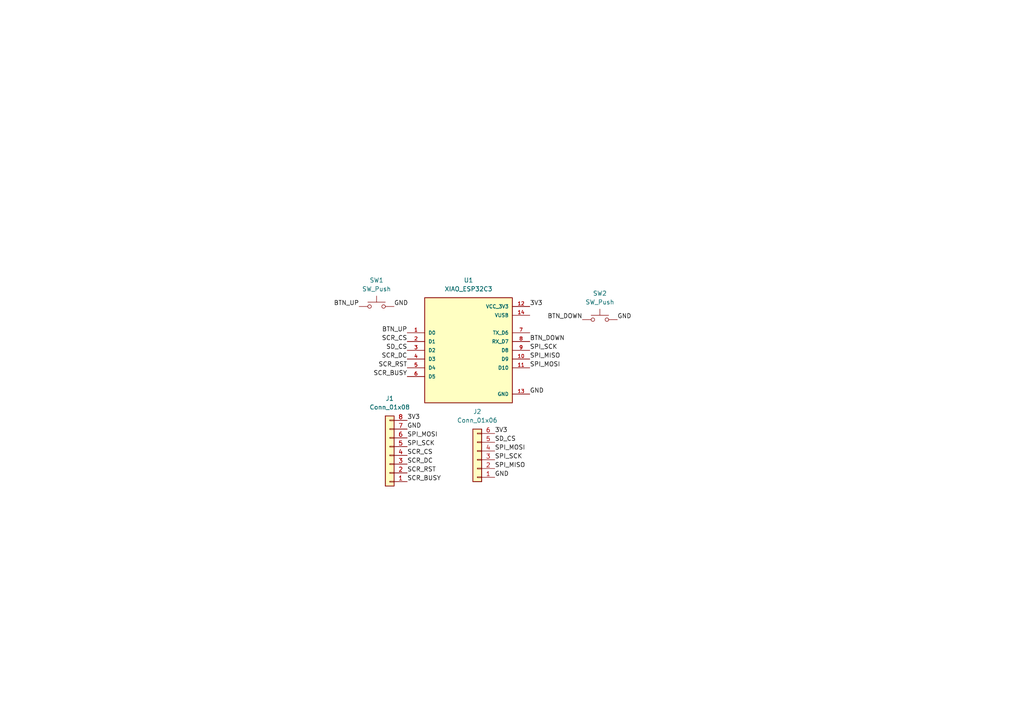
<source format=kicad_sch>
(kicad_sch
	(version 20250114)
	(generator "eeschema")
	(generator_version "9.0")
	(uuid "ae704d3f-4b95-4f91-8641-828c0cc8f983")
	(paper "A4")
	(lib_symbols
		(symbol "Connector_Generic:Conn_01x06"
			(pin_names
				(offset 1.016)
				(hide yes)
			)
			(exclude_from_sim no)
			(in_bom yes)
			(on_board yes)
			(property "Reference" "J"
				(at 0 7.62 0)
				(effects
					(font
						(size 1.27 1.27)
					)
				)
			)
			(property "Value" "Conn_01x06"
				(at 0 -10.16 0)
				(effects
					(font
						(size 1.27 1.27)
					)
				)
			)
			(property "Footprint" ""
				(at 0 0 0)
				(effects
					(font
						(size 1.27 1.27)
					)
					(hide yes)
				)
			)
			(property "Datasheet" "~"
				(at 0 0 0)
				(effects
					(font
						(size 1.27 1.27)
					)
					(hide yes)
				)
			)
			(property "Description" "Generic connector, single row, 01x06, script generated (kicad-library-utils/schlib/autogen/connector/)"
				(at 0 0 0)
				(effects
					(font
						(size 1.27 1.27)
					)
					(hide yes)
				)
			)
			(property "ki_keywords" "connector"
				(at 0 0 0)
				(effects
					(font
						(size 1.27 1.27)
					)
					(hide yes)
				)
			)
			(property "ki_fp_filters" "Connector*:*_1x??_*"
				(at 0 0 0)
				(effects
					(font
						(size 1.27 1.27)
					)
					(hide yes)
				)
			)
			(symbol "Conn_01x06_1_1"
				(rectangle
					(start -1.27 6.35)
					(end 1.27 -8.89)
					(stroke
						(width 0.254)
						(type default)
					)
					(fill
						(type background)
					)
				)
				(rectangle
					(start -1.27 5.207)
					(end 0 4.953)
					(stroke
						(width 0.1524)
						(type default)
					)
					(fill
						(type none)
					)
				)
				(rectangle
					(start -1.27 2.667)
					(end 0 2.413)
					(stroke
						(width 0.1524)
						(type default)
					)
					(fill
						(type none)
					)
				)
				(rectangle
					(start -1.27 0.127)
					(end 0 -0.127)
					(stroke
						(width 0.1524)
						(type default)
					)
					(fill
						(type none)
					)
				)
				(rectangle
					(start -1.27 -2.413)
					(end 0 -2.667)
					(stroke
						(width 0.1524)
						(type default)
					)
					(fill
						(type none)
					)
				)
				(rectangle
					(start -1.27 -4.953)
					(end 0 -5.207)
					(stroke
						(width 0.1524)
						(type default)
					)
					(fill
						(type none)
					)
				)
				(rectangle
					(start -1.27 -7.493)
					(end 0 -7.747)
					(stroke
						(width 0.1524)
						(type default)
					)
					(fill
						(type none)
					)
				)
				(pin passive line
					(at -5.08 5.08 0)
					(length 3.81)
					(name "Pin_1"
						(effects
							(font
								(size 1.27 1.27)
							)
						)
					)
					(number "1"
						(effects
							(font
								(size 1.27 1.27)
							)
						)
					)
				)
				(pin passive line
					(at -5.08 2.54 0)
					(length 3.81)
					(name "Pin_2"
						(effects
							(font
								(size 1.27 1.27)
							)
						)
					)
					(number "2"
						(effects
							(font
								(size 1.27 1.27)
							)
						)
					)
				)
				(pin passive line
					(at -5.08 0 0)
					(length 3.81)
					(name "Pin_3"
						(effects
							(font
								(size 1.27 1.27)
							)
						)
					)
					(number "3"
						(effects
							(font
								(size 1.27 1.27)
							)
						)
					)
				)
				(pin passive line
					(at -5.08 -2.54 0)
					(length 3.81)
					(name "Pin_4"
						(effects
							(font
								(size 1.27 1.27)
							)
						)
					)
					(number "4"
						(effects
							(font
								(size 1.27 1.27)
							)
						)
					)
				)
				(pin passive line
					(at -5.08 -5.08 0)
					(length 3.81)
					(name "Pin_5"
						(effects
							(font
								(size 1.27 1.27)
							)
						)
					)
					(number "5"
						(effects
							(font
								(size 1.27 1.27)
							)
						)
					)
				)
				(pin passive line
					(at -5.08 -7.62 0)
					(length 3.81)
					(name "Pin_6"
						(effects
							(font
								(size 1.27 1.27)
							)
						)
					)
					(number "6"
						(effects
							(font
								(size 1.27 1.27)
							)
						)
					)
				)
			)
			(embedded_fonts no)
		)
		(symbol "Connector_Generic:Conn_01x08"
			(pin_names
				(offset 1.016)
				(hide yes)
			)
			(exclude_from_sim no)
			(in_bom yes)
			(on_board yes)
			(property "Reference" "J"
				(at 0 10.16 0)
				(effects
					(font
						(size 1.27 1.27)
					)
				)
			)
			(property "Value" "Conn_01x08"
				(at 0 -12.7 0)
				(effects
					(font
						(size 1.27 1.27)
					)
				)
			)
			(property "Footprint" ""
				(at 0 0 0)
				(effects
					(font
						(size 1.27 1.27)
					)
					(hide yes)
				)
			)
			(property "Datasheet" "~"
				(at 0 0 0)
				(effects
					(font
						(size 1.27 1.27)
					)
					(hide yes)
				)
			)
			(property "Description" "Generic connector, single row, 01x08, script generated (kicad-library-utils/schlib/autogen/connector/)"
				(at 0 0 0)
				(effects
					(font
						(size 1.27 1.27)
					)
					(hide yes)
				)
			)
			(property "ki_keywords" "connector"
				(at 0 0 0)
				(effects
					(font
						(size 1.27 1.27)
					)
					(hide yes)
				)
			)
			(property "ki_fp_filters" "Connector*:*_1x??_*"
				(at 0 0 0)
				(effects
					(font
						(size 1.27 1.27)
					)
					(hide yes)
				)
			)
			(symbol "Conn_01x08_1_1"
				(rectangle
					(start -1.27 8.89)
					(end 1.27 -11.43)
					(stroke
						(width 0.254)
						(type default)
					)
					(fill
						(type background)
					)
				)
				(rectangle
					(start -1.27 7.747)
					(end 0 7.493)
					(stroke
						(width 0.1524)
						(type default)
					)
					(fill
						(type none)
					)
				)
				(rectangle
					(start -1.27 5.207)
					(end 0 4.953)
					(stroke
						(width 0.1524)
						(type default)
					)
					(fill
						(type none)
					)
				)
				(rectangle
					(start -1.27 2.667)
					(end 0 2.413)
					(stroke
						(width 0.1524)
						(type default)
					)
					(fill
						(type none)
					)
				)
				(rectangle
					(start -1.27 0.127)
					(end 0 -0.127)
					(stroke
						(width 0.1524)
						(type default)
					)
					(fill
						(type none)
					)
				)
				(rectangle
					(start -1.27 -2.413)
					(end 0 -2.667)
					(stroke
						(width 0.1524)
						(type default)
					)
					(fill
						(type none)
					)
				)
				(rectangle
					(start -1.27 -4.953)
					(end 0 -5.207)
					(stroke
						(width 0.1524)
						(type default)
					)
					(fill
						(type none)
					)
				)
				(rectangle
					(start -1.27 -7.493)
					(end 0 -7.747)
					(stroke
						(width 0.1524)
						(type default)
					)
					(fill
						(type none)
					)
				)
				(rectangle
					(start -1.27 -10.033)
					(end 0 -10.287)
					(stroke
						(width 0.1524)
						(type default)
					)
					(fill
						(type none)
					)
				)
				(pin passive line
					(at -5.08 7.62 0)
					(length 3.81)
					(name "Pin_1"
						(effects
							(font
								(size 1.27 1.27)
							)
						)
					)
					(number "1"
						(effects
							(font
								(size 1.27 1.27)
							)
						)
					)
				)
				(pin passive line
					(at -5.08 5.08 0)
					(length 3.81)
					(name "Pin_2"
						(effects
							(font
								(size 1.27 1.27)
							)
						)
					)
					(number "2"
						(effects
							(font
								(size 1.27 1.27)
							)
						)
					)
				)
				(pin passive line
					(at -5.08 2.54 0)
					(length 3.81)
					(name "Pin_3"
						(effects
							(font
								(size 1.27 1.27)
							)
						)
					)
					(number "3"
						(effects
							(font
								(size 1.27 1.27)
							)
						)
					)
				)
				(pin passive line
					(at -5.08 0 0)
					(length 3.81)
					(name "Pin_4"
						(effects
							(font
								(size 1.27 1.27)
							)
						)
					)
					(number "4"
						(effects
							(font
								(size 1.27 1.27)
							)
						)
					)
				)
				(pin passive line
					(at -5.08 -2.54 0)
					(length 3.81)
					(name "Pin_5"
						(effects
							(font
								(size 1.27 1.27)
							)
						)
					)
					(number "5"
						(effects
							(font
								(size 1.27 1.27)
							)
						)
					)
				)
				(pin passive line
					(at -5.08 -5.08 0)
					(length 3.81)
					(name "Pin_6"
						(effects
							(font
								(size 1.27 1.27)
							)
						)
					)
					(number "6"
						(effects
							(font
								(size 1.27 1.27)
							)
						)
					)
				)
				(pin passive line
					(at -5.08 -7.62 0)
					(length 3.81)
					(name "Pin_7"
						(effects
							(font
								(size 1.27 1.27)
							)
						)
					)
					(number "7"
						(effects
							(font
								(size 1.27 1.27)
							)
						)
					)
				)
				(pin passive line
					(at -5.08 -10.16 0)
					(length 3.81)
					(name "Pin_8"
						(effects
							(font
								(size 1.27 1.27)
							)
						)
					)
					(number "8"
						(effects
							(font
								(size 1.27 1.27)
							)
						)
					)
				)
			)
			(embedded_fonts no)
		)
		(symbol "Switch:SW_Push"
			(pin_numbers
				(hide yes)
			)
			(pin_names
				(offset 1.016)
				(hide yes)
			)
			(exclude_from_sim no)
			(in_bom yes)
			(on_board yes)
			(property "Reference" "SW"
				(at 1.27 2.54 0)
				(effects
					(font
						(size 1.27 1.27)
					)
					(justify left)
				)
			)
			(property "Value" "SW_Push"
				(at 0 -1.524 0)
				(effects
					(font
						(size 1.27 1.27)
					)
				)
			)
			(property "Footprint" ""
				(at 0 5.08 0)
				(effects
					(font
						(size 1.27 1.27)
					)
					(hide yes)
				)
			)
			(property "Datasheet" "~"
				(at 0 5.08 0)
				(effects
					(font
						(size 1.27 1.27)
					)
					(hide yes)
				)
			)
			(property "Description" "Push button switch, generic, two pins"
				(at 0 0 0)
				(effects
					(font
						(size 1.27 1.27)
					)
					(hide yes)
				)
			)
			(property "ki_keywords" "switch normally-open pushbutton push-button"
				(at 0 0 0)
				(effects
					(font
						(size 1.27 1.27)
					)
					(hide yes)
				)
			)
			(symbol "SW_Push_0_1"
				(circle
					(center -2.032 0)
					(radius 0.508)
					(stroke
						(width 0)
						(type default)
					)
					(fill
						(type none)
					)
				)
				(polyline
					(pts
						(xy 0 1.27) (xy 0 3.048)
					)
					(stroke
						(width 0)
						(type default)
					)
					(fill
						(type none)
					)
				)
				(circle
					(center 2.032 0)
					(radius 0.508)
					(stroke
						(width 0)
						(type default)
					)
					(fill
						(type none)
					)
				)
				(polyline
					(pts
						(xy 2.54 1.27) (xy -2.54 1.27)
					)
					(stroke
						(width 0)
						(type default)
					)
					(fill
						(type none)
					)
				)
				(pin passive line
					(at -5.08 0 0)
					(length 2.54)
					(name "1"
						(effects
							(font
								(size 1.27 1.27)
							)
						)
					)
					(number "1"
						(effects
							(font
								(size 1.27 1.27)
							)
						)
					)
				)
				(pin passive line
					(at 5.08 0 180)
					(length 2.54)
					(name "2"
						(effects
							(font
								(size 1.27 1.27)
							)
						)
					)
					(number "2"
						(effects
							(font
								(size 1.27 1.27)
							)
						)
					)
				)
			)
			(embedded_fonts no)
		)
		(symbol "XIAO_ESP32C3:XIAO_ESP32C3"
			(pin_names
				(offset 1.016)
			)
			(exclude_from_sim no)
			(in_bom yes)
			(on_board yes)
			(property "Reference" "U"
				(at -12.7 16.002 0)
				(effects
					(font
						(size 1.27 1.27)
					)
					(justify left bottom)
				)
			)
			(property "Value" "XIAO_ESP32C3"
				(at -12.7 -17.78 0)
				(effects
					(font
						(size 1.27 1.27)
					)
					(justify left bottom)
				)
			)
			(property "Footprint" "XIAO_ESP32C3:MODULE_XIAO_ESP32C3"
				(at 0 0 0)
				(effects
					(font
						(size 1.27 1.27)
					)
					(justify bottom)
					(hide yes)
				)
			)
			(property "Datasheet" ""
				(at 0 0 0)
				(effects
					(font
						(size 1.27 1.27)
					)
					(hide yes)
				)
			)
			(property "Description" ""
				(at 0 0 0)
				(effects
					(font
						(size 1.27 1.27)
					)
					(hide yes)
				)
			)
			(property "MF" "Seeed Studio"
				(at 0 0 0)
				(effects
					(font
						(size 1.27 1.27)
					)
					(justify bottom)
					(hide yes)
				)
			)
			(property "MAXIMUM_PACKAGE_HEIGHT" "N/A"
				(at 0 0 0)
				(effects
					(font
						(size 1.27 1.27)
					)
					(justify bottom)
					(hide yes)
				)
			)
			(property "Package" "None"
				(at 0 0 0)
				(effects
					(font
						(size 1.27 1.27)
					)
					(justify bottom)
					(hide yes)
				)
			)
			(property "Price" "None"
				(at 0 0 0)
				(effects
					(font
						(size 1.27 1.27)
					)
					(justify bottom)
					(hide yes)
				)
			)
			(property "Check_prices" "https://www.snapeda.com/parts/XIAO%20ESP32C3/Seeed+Studio/view-part/?ref=eda"
				(at 0 0 0)
				(effects
					(font
						(size 1.27 1.27)
					)
					(justify bottom)
					(hide yes)
				)
			)
			(property "STANDARD" "Manufacturer Recommendations"
				(at 0 0 0)
				(effects
					(font
						(size 1.27 1.27)
					)
					(justify bottom)
					(hide yes)
				)
			)
			(property "PARTREV" "23/05/2022"
				(at 0 0 0)
				(effects
					(font
						(size 1.27 1.27)
					)
					(justify bottom)
					(hide yes)
				)
			)
			(property "SnapEDA_Link" "https://www.snapeda.com/parts/XIAO%20ESP32C3/Seeed+Studio/view-part/?ref=snap"
				(at 0 0 0)
				(effects
					(font
						(size 1.27 1.27)
					)
					(justify bottom)
					(hide yes)
				)
			)
			(property "MP" "XIAO ESP32C3"
				(at 0 0 0)
				(effects
					(font
						(size 1.27 1.27)
					)
					(justify bottom)
					(hide yes)
				)
			)
			(property "Description_1" "Dev.kit: evaluation; u.FL antenna,prototype board; XIAO; PIN: 2x7"
				(at 0 0 0)
				(effects
					(font
						(size 1.27 1.27)
					)
					(justify bottom)
					(hide yes)
				)
			)
			(property "MANUFACTURER" "Seeed Technology"
				(at 0 0 0)
				(effects
					(font
						(size 1.27 1.27)
					)
					(justify bottom)
					(hide yes)
				)
			)
			(property "Availability" "In Stock"
				(at 0 0 0)
				(effects
					(font
						(size 1.27 1.27)
					)
					(justify bottom)
					(hide yes)
				)
			)
			(property "SNAPEDA_PN" "113991054"
				(at 0 0 0)
				(effects
					(font
						(size 1.27 1.27)
					)
					(justify bottom)
					(hide yes)
				)
			)
			(symbol "XIAO_ESP32C3_0_0"
				(rectangle
					(start -12.7 -15.24)
					(end 12.7 15.24)
					(stroke
						(width 0.254)
						(type default)
					)
					(fill
						(type background)
					)
				)
				(pin bidirectional line
					(at -17.78 5.08 0)
					(length 5.08)
					(name "D0"
						(effects
							(font
								(size 1.016 1.016)
							)
						)
					)
					(number "1"
						(effects
							(font
								(size 1.016 1.016)
							)
						)
					)
				)
				(pin bidirectional line
					(at -17.78 2.54 0)
					(length 5.08)
					(name "D1"
						(effects
							(font
								(size 1.016 1.016)
							)
						)
					)
					(number "2"
						(effects
							(font
								(size 1.016 1.016)
							)
						)
					)
				)
				(pin bidirectional line
					(at -17.78 0 0)
					(length 5.08)
					(name "D2"
						(effects
							(font
								(size 1.016 1.016)
							)
						)
					)
					(number "3"
						(effects
							(font
								(size 1.016 1.016)
							)
						)
					)
				)
				(pin bidirectional line
					(at -17.78 -2.54 0)
					(length 5.08)
					(name "D3"
						(effects
							(font
								(size 1.016 1.016)
							)
						)
					)
					(number "4"
						(effects
							(font
								(size 1.016 1.016)
							)
						)
					)
				)
				(pin bidirectional line
					(at -17.78 -5.08 0)
					(length 5.08)
					(name "D4"
						(effects
							(font
								(size 1.016 1.016)
							)
						)
					)
					(number "5"
						(effects
							(font
								(size 1.016 1.016)
							)
						)
					)
				)
				(pin bidirectional line
					(at -17.78 -7.62 0)
					(length 5.08)
					(name "D5"
						(effects
							(font
								(size 1.016 1.016)
							)
						)
					)
					(number "6"
						(effects
							(font
								(size 1.016 1.016)
							)
						)
					)
				)
				(pin power_in line
					(at 17.78 12.7 180)
					(length 5.08)
					(name "VCC_3V3"
						(effects
							(font
								(size 1.016 1.016)
							)
						)
					)
					(number "12"
						(effects
							(font
								(size 1.016 1.016)
							)
						)
					)
				)
				(pin power_in line
					(at 17.78 10.16 180)
					(length 5.08)
					(name "VUSB"
						(effects
							(font
								(size 1.016 1.016)
							)
						)
					)
					(number "14"
						(effects
							(font
								(size 1.016 1.016)
							)
						)
					)
				)
				(pin bidirectional line
					(at 17.78 5.08 180)
					(length 5.08)
					(name "TX_D6"
						(effects
							(font
								(size 1.016 1.016)
							)
						)
					)
					(number "7"
						(effects
							(font
								(size 1.016 1.016)
							)
						)
					)
				)
				(pin bidirectional line
					(at 17.78 2.54 180)
					(length 5.08)
					(name "RX_D7"
						(effects
							(font
								(size 1.016 1.016)
							)
						)
					)
					(number "8"
						(effects
							(font
								(size 1.016 1.016)
							)
						)
					)
				)
				(pin bidirectional line
					(at 17.78 0 180)
					(length 5.08)
					(name "D8"
						(effects
							(font
								(size 1.016 1.016)
							)
						)
					)
					(number "9"
						(effects
							(font
								(size 1.016 1.016)
							)
						)
					)
				)
				(pin bidirectional line
					(at 17.78 -2.54 180)
					(length 5.08)
					(name "D9"
						(effects
							(font
								(size 1.016 1.016)
							)
						)
					)
					(number "10"
						(effects
							(font
								(size 1.016 1.016)
							)
						)
					)
				)
				(pin bidirectional line
					(at 17.78 -5.08 180)
					(length 5.08)
					(name "D10"
						(effects
							(font
								(size 1.016 1.016)
							)
						)
					)
					(number "11"
						(effects
							(font
								(size 1.016 1.016)
							)
						)
					)
				)
				(pin power_in line
					(at 17.78 -12.7 180)
					(length 5.08)
					(name "GND"
						(effects
							(font
								(size 1.016 1.016)
							)
						)
					)
					(number "13"
						(effects
							(font
								(size 1.016 1.016)
							)
						)
					)
				)
			)
			(embedded_fonts no)
		)
	)
	(label "SPI_MOSI"
		(at 118.11 127 0)
		(effects
			(font
				(size 1.27 1.27)
			)
			(justify left bottom)
		)
		(uuid "08be0481-8707-4b2f-bf3a-a68da9a97a7d")
	)
	(label "SCR_DC"
		(at 118.11 134.62 0)
		(effects
			(font
				(size 1.27 1.27)
			)
			(justify left bottom)
		)
		(uuid "0e49cde2-3a1e-4d99-897f-456c4c9b8a59")
	)
	(label "SPI_MISO"
		(at 143.51 135.89 0)
		(effects
			(font
				(size 1.27 1.27)
			)
			(justify left bottom)
		)
		(uuid "122ddd19-14c4-4dbd-ac2a-a6b9126d39c8")
	)
	(label "SPI_MOSI"
		(at 143.51 130.81 0)
		(effects
			(font
				(size 1.27 1.27)
			)
			(justify left bottom)
		)
		(uuid "1a20e4ed-c7ac-4fe0-ba98-b0a24e47d7c2")
	)
	(label "SCR_CS"
		(at 118.11 132.08 0)
		(effects
			(font
				(size 1.27 1.27)
			)
			(justify left bottom)
		)
		(uuid "36e8eaf9-f443-424a-8188-f5cb4a2c021b")
	)
	(label "SCR_CS"
		(at 118.11 99.06 180)
		(effects
			(font
				(size 1.27 1.27)
			)
			(justify right bottom)
		)
		(uuid "3a2c824b-fee9-45e2-85bf-5da8945e7d45")
	)
	(label "GND"
		(at 114.3 88.9 0)
		(effects
			(font
				(size 1.27 1.27)
			)
			(justify left bottom)
		)
		(uuid "3e1eff0a-fcb6-4f86-888f-41132e18052a")
	)
	(label "GND"
		(at 153.67 114.3 0)
		(effects
			(font
				(size 1.27 1.27)
			)
			(justify left bottom)
		)
		(uuid "5423176d-7431-4783-a172-b7e53d45dc2f")
	)
	(label "GND"
		(at 179.07 92.71 0)
		(effects
			(font
				(size 1.27 1.27)
			)
			(justify left bottom)
		)
		(uuid "5623cd6f-2973-4825-8241-35abd554aff3")
	)
	(label "SCR_BUSY"
		(at 118.11 109.22 180)
		(effects
			(font
				(size 1.27 1.27)
			)
			(justify right bottom)
		)
		(uuid "59e39e32-4a34-4786-9d58-b3eeed0a32f7")
	)
	(label "SPI_SCK"
		(at 143.51 133.35 0)
		(effects
			(font
				(size 1.27 1.27)
			)
			(justify left bottom)
		)
		(uuid "6048781f-1473-41b6-836d-e10a9bab1295")
	)
	(label "BTN_UP"
		(at 118.11 96.52 180)
		(effects
			(font
				(size 1.27 1.27)
			)
			(justify right bottom)
		)
		(uuid "62c213d0-da78-49bc-b40f-4f2e4ec1067e")
	)
	(label "SPI_SCK"
		(at 153.67 101.6 0)
		(effects
			(font
				(size 1.27 1.27)
			)
			(justify left bottom)
		)
		(uuid "695e06cb-9fb9-4fc6-89db-7c83b2c7ee6a")
	)
	(label "SD_CS"
		(at 143.51 128.27 0)
		(effects
			(font
				(size 1.27 1.27)
			)
			(justify left bottom)
		)
		(uuid "744176da-c590-4e1a-a2f5-b3a47f491fcc")
	)
	(label "SPI_MOSI"
		(at 153.67 106.68 0)
		(effects
			(font
				(size 1.27 1.27)
			)
			(justify left bottom)
		)
		(uuid "93aa384a-768a-4432-8793-a9c26bb627fa")
	)
	(label "SCR_RST"
		(at 118.11 106.68 180)
		(effects
			(font
				(size 1.27 1.27)
			)
			(justify right bottom)
		)
		(uuid "a5325062-fd84-4610-b775-3300b2d7c9d6")
	)
	(label "SPI_SCK"
		(at 118.11 129.54 0)
		(effects
			(font
				(size 1.27 1.27)
			)
			(justify left bottom)
		)
		(uuid "b187d498-64b8-4b31-9c70-0fe718e0d8c8")
	)
	(label "SCR_RST"
		(at 118.11 137.16 0)
		(effects
			(font
				(size 1.27 1.27)
			)
			(justify left bottom)
		)
		(uuid "baea7404-20b0-45d4-a6e1-19515502cea6")
	)
	(label "SPI_MISO"
		(at 153.67 104.14 0)
		(effects
			(font
				(size 1.27 1.27)
			)
			(justify left bottom)
		)
		(uuid "c05b5a2c-1aae-4988-a45a-70f387fc3d68")
	)
	(label "SCR_DC"
		(at 118.11 104.14 180)
		(effects
			(font
				(size 1.27 1.27)
			)
			(justify right bottom)
		)
		(uuid "c291eea3-5479-45b9-8661-7db604f23e14")
	)
	(label "SCR_BUSY"
		(at 118.11 139.7 0)
		(effects
			(font
				(size 1.27 1.27)
			)
			(justify left bottom)
		)
		(uuid "c4b916c7-93ab-450c-a263-a64fca656a26")
	)
	(label "BTN_UP"
		(at 104.14 88.9 180)
		(effects
			(font
				(size 1.27 1.27)
			)
			(justify right bottom)
		)
		(uuid "c739485a-8e69-439b-923e-18b851a6d9e4")
	)
	(label "BTN_DOWN"
		(at 168.91 92.71 180)
		(effects
			(font
				(size 1.27 1.27)
			)
			(justify right bottom)
		)
		(uuid "ce9d5720-aa8a-49e0-9aae-8cae6440463c")
	)
	(label "3V3"
		(at 143.51 125.73 0)
		(effects
			(font
				(size 1.27 1.27)
			)
			(justify left bottom)
		)
		(uuid "d3add037-fea4-4ea6-8d8c-78ad493360e4")
	)
	(label "GND"
		(at 143.51 138.43 0)
		(effects
			(font
				(size 1.27 1.27)
			)
			(justify left bottom)
		)
		(uuid "d7233ba8-8d45-45a1-bc45-2abf272ff581")
	)
	(label "3V3"
		(at 118.11 121.92 0)
		(effects
			(font
				(size 1.27 1.27)
			)
			(justify left bottom)
		)
		(uuid "ecf9f13f-2691-4926-9df8-74b96272b475")
	)
	(label "3V3"
		(at 153.67 88.9 0)
		(effects
			(font
				(size 1.27 1.27)
			)
			(justify left bottom)
		)
		(uuid "f0ce5d3c-eb32-4696-a83c-f191e7525998")
	)
	(label "SD_CS"
		(at 118.11 101.6 180)
		(effects
			(font
				(size 1.27 1.27)
			)
			(justify right bottom)
		)
		(uuid "f0d219af-6d56-4698-8a16-4ed44fefbf0d")
	)
	(label "BTN_DOWN"
		(at 153.67 99.06 0)
		(effects
			(font
				(size 1.27 1.27)
			)
			(justify left bottom)
		)
		(uuid "f172dfd1-971e-44ee-9c35-5488b126ca92")
	)
	(label "GND"
		(at 118.11 124.46 0)
		(effects
			(font
				(size 1.27 1.27)
			)
			(justify left bottom)
		)
		(uuid "fbae083d-1e95-477f-aa0c-addc56ac0083")
	)
	(symbol
		(lib_id "Switch:SW_Push")
		(at 109.22 88.9 0)
		(unit 1)
		(exclude_from_sim no)
		(in_bom yes)
		(on_board yes)
		(dnp no)
		(fields_autoplaced yes)
		(uuid "054b581a-ce5b-4c74-b8e9-92087799ac88")
		(property "Reference" "SW1"
			(at 109.22 81.28 0)
			(effects
				(font
					(size 1.27 1.27)
				)
			)
		)
		(property "Value" "SW_Push"
			(at 109.22 83.82 0)
			(effects
				(font
					(size 1.27 1.27)
				)
			)
		)
		(property "Footprint" "Button_Switch_THT:SW_PUSH_6mm"
			(at 109.22 83.82 0)
			(effects
				(font
					(size 1.27 1.27)
				)
				(hide yes)
			)
		)
		(property "Datasheet" "~"
			(at 109.22 83.82 0)
			(effects
				(font
					(size 1.27 1.27)
				)
				(hide yes)
			)
		)
		(property "Description" "Push button switch, generic, two pins"
			(at 109.22 88.9 0)
			(effects
				(font
					(size 1.27 1.27)
				)
				(hide yes)
			)
		)
		(pin "2"
			(uuid "b39a8fff-267f-4087-ba75-34898e08d692")
		)
		(pin "1"
			(uuid "f4238ed7-742c-4f39-be53-bf2e54282cd2")
		)
		(instances
			(project ""
				(path "/ae704d3f-4b95-4f91-8641-828c0cc8f983"
					(reference "SW1")
					(unit 1)
				)
			)
		)
	)
	(symbol
		(lib_id "Connector_Generic:Conn_01x06")
		(at 138.43 133.35 180)
		(unit 1)
		(exclude_from_sim no)
		(in_bom yes)
		(on_board yes)
		(dnp no)
		(fields_autoplaced yes)
		(uuid "2e500fe3-2718-457c-af3a-e50bfa81100e")
		(property "Reference" "J2"
			(at 138.43 119.38 0)
			(effects
				(font
					(size 1.27 1.27)
				)
			)
		)
		(property "Value" "Conn_01x06"
			(at 138.43 121.92 0)
			(effects
				(font
					(size 1.27 1.27)
				)
			)
		)
		(property "Footprint" "Connector_PinHeader_2.54mm:PinHeader_1x06_P2.54mm_Vertical"
			(at 138.43 133.35 0)
			(effects
				(font
					(size 1.27 1.27)
				)
				(hide yes)
			)
		)
		(property "Datasheet" "~"
			(at 138.43 133.35 0)
			(effects
				(font
					(size 1.27 1.27)
				)
				(hide yes)
			)
		)
		(property "Description" "Generic connector, single row, 01x06, script generated (kicad-library-utils/schlib/autogen/connector/)"
			(at 138.43 133.35 0)
			(effects
				(font
					(size 1.27 1.27)
				)
				(hide yes)
			)
		)
		(pin "5"
			(uuid "f2744eac-daab-42cd-8e6c-ec8a0d8d32ec")
		)
		(pin "3"
			(uuid "9ea8f1c5-1321-4b44-ba94-2a9419518f17")
		)
		(pin "6"
			(uuid "3b6b2194-efdc-488d-85cc-3d1896237fdb")
		)
		(pin "1"
			(uuid "7e4d2f5a-6f8e-4ab5-81be-c7693deb72f5")
		)
		(pin "4"
			(uuid "89591926-7096-4158-8e3a-358dafb603d4")
		)
		(pin "2"
			(uuid "a0d61886-1b2f-4837-9061-6263303d6d2a")
		)
		(instances
			(project ""
				(path "/ae704d3f-4b95-4f91-8641-828c0cc8f983"
					(reference "J2")
					(unit 1)
				)
			)
		)
	)
	(symbol
		(lib_id "XIAO_ESP32C3:XIAO_ESP32C3")
		(at 135.89 101.6 0)
		(unit 1)
		(exclude_from_sim no)
		(in_bom yes)
		(on_board yes)
		(dnp no)
		(fields_autoplaced yes)
		(uuid "aa32c364-6e52-4e37-9e2d-c89adb233c59")
		(property "Reference" "U1"
			(at 135.89 81.28 0)
			(effects
				(font
					(size 1.27 1.27)
				)
			)
		)
		(property "Value" "XIAO_ESP32C3"
			(at 135.89 83.82 0)
			(effects
				(font
					(size 1.27 1.27)
				)
			)
		)
		(property "Footprint" "XIAO_ESP32C3:MODULE_XIAO_ESP32C3"
			(at 135.89 101.6 0)
			(effects
				(font
					(size 1.27 1.27)
				)
				(justify bottom)
				(hide yes)
			)
		)
		(property "Datasheet" ""
			(at 135.89 101.6 0)
			(effects
				(font
					(size 1.27 1.27)
				)
				(hide yes)
			)
		)
		(property "Description" ""
			(at 135.89 101.6 0)
			(effects
				(font
					(size 1.27 1.27)
				)
				(hide yes)
			)
		)
		(property "MF" "Seeed Studio"
			(at 135.89 101.6 0)
			(effects
				(font
					(size 1.27 1.27)
				)
				(justify bottom)
				(hide yes)
			)
		)
		(property "MAXIMUM_PACKAGE_HEIGHT" "N/A"
			(at 135.89 101.6 0)
			(effects
				(font
					(size 1.27 1.27)
				)
				(justify bottom)
				(hide yes)
			)
		)
		(property "Package" "None"
			(at 135.89 101.6 0)
			(effects
				(font
					(size 1.27 1.27)
				)
				(justify bottom)
				(hide yes)
			)
		)
		(property "Price" "None"
			(at 135.89 101.6 0)
			(effects
				(font
					(size 1.27 1.27)
				)
				(justify bottom)
				(hide yes)
			)
		)
		(property "Check_prices" "https://www.snapeda.com/parts/XIAO%20ESP32C3/Seeed+Studio/view-part/?ref=eda"
			(at 135.89 101.6 0)
			(effects
				(font
					(size 1.27 1.27)
				)
				(justify bottom)
				(hide yes)
			)
		)
		(property "STANDARD" "Manufacturer Recommendations"
			(at 135.89 101.6 0)
			(effects
				(font
					(size 1.27 1.27)
				)
				(justify bottom)
				(hide yes)
			)
		)
		(property "PARTREV" "23/05/2022"
			(at 135.89 101.6 0)
			(effects
				(font
					(size 1.27 1.27)
				)
				(justify bottom)
				(hide yes)
			)
		)
		(property "SnapEDA_Link" "https://www.snapeda.com/parts/XIAO%20ESP32C3/Seeed+Studio/view-part/?ref=snap"
			(at 135.89 101.6 0)
			(effects
				(font
					(size 1.27 1.27)
				)
				(justify bottom)
				(hide yes)
			)
		)
		(property "MP" "XIAO ESP32C3"
			(at 135.89 101.6 0)
			(effects
				(font
					(size 1.27 1.27)
				)
				(justify bottom)
				(hide yes)
			)
		)
		(property "Description_1" "Dev.kit: evaluation; u.FL antenna,prototype board; XIAO; PIN: 2x7"
			(at 135.89 101.6 0)
			(effects
				(font
					(size 1.27 1.27)
				)
				(justify bottom)
				(hide yes)
			)
		)
		(property "MANUFACTURER" "Seeed Technology"
			(at 135.89 101.6 0)
			(effects
				(font
					(size 1.27 1.27)
				)
				(justify bottom)
				(hide yes)
			)
		)
		(property "Availability" "In Stock"
			(at 135.89 101.6 0)
			(effects
				(font
					(size 1.27 1.27)
				)
				(justify bottom)
				(hide yes)
			)
		)
		(property "SNAPEDA_PN" "113991054"
			(at 135.89 101.6 0)
			(effects
				(font
					(size 1.27 1.27)
				)
				(justify bottom)
				(hide yes)
			)
		)
		(pin "13"
			(uuid "e97a1990-38c9-41aa-a26c-3874e1b7482f")
		)
		(pin "2"
			(uuid "652adda4-f1fe-477c-9446-3bacf1277fd1")
		)
		(pin "9"
			(uuid "b19a9391-666e-40c1-9d36-c0cf91df19c6")
		)
		(pin "14"
			(uuid "0828e9c5-b0da-4272-9ac6-ed679c1e7b84")
		)
		(pin "5"
			(uuid "02ca8094-5dff-48c9-a967-68be4e193f01")
		)
		(pin "1"
			(uuid "86e0145c-e400-45d0-b12c-bde126a64f1a")
		)
		(pin "4"
			(uuid "62652fc5-1d22-4ee1-af82-4af89dea247f")
		)
		(pin "7"
			(uuid "1e26e22b-6aed-4df6-8795-721dbea43a9d")
		)
		(pin "6"
			(uuid "0bd6caa8-d8cd-4409-9c52-c657e379a353")
		)
		(pin "12"
			(uuid "9ca57519-ae6a-4428-8faf-69e3b47e078c")
		)
		(pin "10"
			(uuid "dc52f942-3b27-4ba6-b757-a8dbef8a74c2")
		)
		(pin "3"
			(uuid "0a19f067-e125-4418-9931-7bd790ba340a")
		)
		(pin "8"
			(uuid "e30fc86f-0782-4f60-99ee-90ae4476d815")
		)
		(pin "11"
			(uuid "9d19d58a-78c2-4435-b147-9866206cd647")
		)
		(instances
			(project ""
				(path "/ae704d3f-4b95-4f91-8641-828c0cc8f983"
					(reference "U1")
					(unit 1)
				)
			)
		)
	)
	(symbol
		(lib_id "Connector_Generic:Conn_01x08")
		(at 113.03 132.08 180)
		(unit 1)
		(exclude_from_sim no)
		(in_bom yes)
		(on_board yes)
		(dnp no)
		(fields_autoplaced yes)
		(uuid "c658d1ad-8e6e-4533-9f7a-778278bb4c9e")
		(property "Reference" "J1"
			(at 113.03 115.57 0)
			(effects
				(font
					(size 1.27 1.27)
				)
			)
		)
		(property "Value" "Conn_01x08"
			(at 113.03 118.11 0)
			(effects
				(font
					(size 1.27 1.27)
				)
			)
		)
		(property "Footprint" "Connector_PinHeader_2.54mm:PinHeader_1x08_P2.54mm_Vertical"
			(at 113.03 132.08 0)
			(effects
				(font
					(size 1.27 1.27)
				)
				(hide yes)
			)
		)
		(property "Datasheet" "~"
			(at 113.03 132.08 0)
			(effects
				(font
					(size 1.27 1.27)
				)
				(hide yes)
			)
		)
		(property "Description" "Generic connector, single row, 01x08, script generated (kicad-library-utils/schlib/autogen/connector/)"
			(at 113.03 132.08 0)
			(effects
				(font
					(size 1.27 1.27)
				)
				(hide yes)
			)
		)
		(pin "7"
			(uuid "c9396fcb-d0f6-484f-88b0-400ffb513df1")
		)
		(pin "8"
			(uuid "952114ee-2ebe-4ad5-8971-d2f692f7747d")
		)
		(pin "6"
			(uuid "c744df87-5bda-41b0-9f50-a8410bd84b0c")
		)
		(pin "1"
			(uuid "81d04b68-2cba-4ec2-be35-7f8e7528303a")
		)
		(pin "2"
			(uuid "88668621-012a-4066-882d-2ba63a49df3c")
		)
		(pin "3"
			(uuid "b440f33f-786a-44e1-bb45-f350570f23f9")
		)
		(pin "4"
			(uuid "da18ae7a-9dbf-4e1c-99c4-419ff10ffb68")
		)
		(pin "5"
			(uuid "132f6c12-0038-4912-89d7-b99a8e329db4")
		)
		(instances
			(project ""
				(path "/ae704d3f-4b95-4f91-8641-828c0cc8f983"
					(reference "J1")
					(unit 1)
				)
			)
		)
	)
	(symbol
		(lib_id "Switch:SW_Push")
		(at 173.99 92.71 0)
		(unit 1)
		(exclude_from_sim no)
		(in_bom yes)
		(on_board yes)
		(dnp no)
		(fields_autoplaced yes)
		(uuid "fab34038-7a77-4706-8efc-c5f37f0ac1a6")
		(property "Reference" "SW2"
			(at 173.99 85.09 0)
			(effects
				(font
					(size 1.27 1.27)
				)
			)
		)
		(property "Value" "SW_Push"
			(at 173.99 87.63 0)
			(effects
				(font
					(size 1.27 1.27)
				)
			)
		)
		(property "Footprint" "Button_Switch_THT:SW_PUSH_6mm"
			(at 173.99 87.63 0)
			(effects
				(font
					(size 1.27 1.27)
				)
				(hide yes)
			)
		)
		(property "Datasheet" "~"
			(at 173.99 87.63 0)
			(effects
				(font
					(size 1.27 1.27)
				)
				(hide yes)
			)
		)
		(property "Description" "Push button switch, generic, two pins"
			(at 173.99 92.71 0)
			(effects
				(font
					(size 1.27 1.27)
				)
				(hide yes)
			)
		)
		(pin "2"
			(uuid "3677ecd5-a70e-429a-8a21-62edf697043d")
		)
		(pin "1"
			(uuid "61db8c20-b3d9-410b-89ee-41f0d0f3ccb1")
		)
		(instances
			(project ""
				(path "/ae704d3f-4b95-4f91-8641-828c0cc8f983"
					(reference "SW2")
					(unit 1)
				)
			)
		)
	)
	(sheet_instances
		(path "/"
			(page "1")
		)
	)
	(embedded_fonts no)
)

</source>
